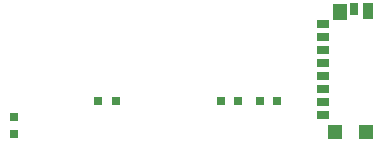
<source format=gtp>
G04 #@! TF.FileFunction,Paste,Top*
%FSLAX46Y46*%
G04 Gerber Fmt 4.6, Leading zero omitted, Abs format (unit mm)*
G04 Created by KiCad (PCBNEW 4.0.3+e1-6302~38~ubuntu14.04.1-stable) date Mon Aug 29 18:07:44 2016*
%MOMM*%
%LPD*%
G01*
G04 APERTURE LIST*
%ADD10C,0.100000*%
%ADD11R,0.900000X1.400000*%
%ADD12R,1.150000X1.200000*%
%ADD13R,1.200000X1.450000*%
%ADD14R,1.000000X0.700000*%
%ADD15R,0.700000X1.000000*%
%ADD16R,0.750000X0.800000*%
%ADD17R,0.800000X0.750000*%
G04 APERTURE END LIST*
D10*
D11*
X152908000Y-78232000D03*
D12*
X152771500Y-88496900D03*
D13*
X150608000Y-78257000D03*
D12*
X150171500Y-88496900D03*
D14*
X149131500Y-85896900D03*
X149131500Y-86996900D03*
X149131500Y-84796900D03*
X149131500Y-83696900D03*
X149131500Y-82596900D03*
X149131500Y-79296900D03*
X149131500Y-80396900D03*
X149131500Y-81496900D03*
D15*
X151758000Y-78032000D03*
D16*
X122936000Y-88646000D03*
X122936000Y-87146000D03*
D17*
X130072000Y-85852000D03*
X131572000Y-85852000D03*
X140462000Y-85852000D03*
X141962000Y-85852000D03*
X143764000Y-85852000D03*
X145264000Y-85852000D03*
M02*

</source>
